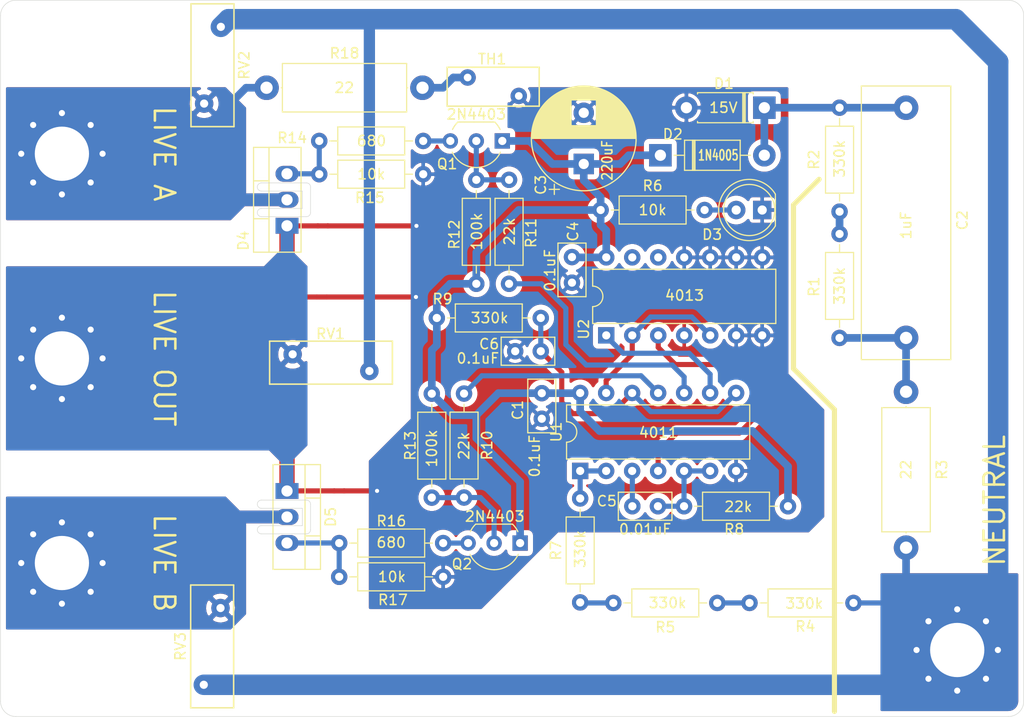
<source format=kicad_pcb>
(kicad_pcb (version 20171130) (host pcbnew 5.1.10-88a1d61d58~90~ubuntu20.04.1)
  (layers (0 F.Cu signal) (31 B.Cu signal) (34 B.Paste user) (35 F.Paste user) (36 B.SilkS user) (37 F.SilkS user) (38 B.Mask user) (39 F.Mask user) (44 Edge.Cuts user))
  (net 0 "")
  (net 1 GND)
  (net 2 +15V)
  (net 3 "Net-(C2-Pad2)")
  (net 4 "Net-(C2-Pad1)")
  (net 5 "Net-(C5-Pad2)")
  (net 6 "Net-(C5-Pad1)")
  (net 7 "Net-(C6-Pad1)")
  (net 8 "Net-(D3-Pad2)")
  (net 9 /LIVE_A)
  (net 10 "Net-(D4-Pad3)")
  (net 11 /LIVE_B)
  (net 12 "Net-(D5-Pad3)")
  (net 13 NEUT)
  (net 14 "Net-(Q1-Pad3)")
  (net 15 "Net-(Q1-Pad2)")
  (net 16 "Net-(Q2-Pad3)")
  (net 17 "Net-(Q2-Pad2)")
  (net 18 "Net-(R1-Pad1)")
  (net 19 "Net-(R4-Pad2)")
  (net 20 "Net-(R5-Pad2)")
  (net 21 "Net-(R7-Pad2)")
  (net 22 "Net-(R10-Pad1)")
  (net 23 "Net-(R11-Pad1)")
  (net 24 "Net-(U1-Pad13)")
  (net 25 "Net-(U1-Pad4)")
  (net 26 "Net-(U1-Pad9)")
  (net 27 "Net-(U2-Pad13)")
  (net 28 "Net-(U2-Pad12)")
  (net 29 /LIVE_OUT)
  (net 30 "Net-(R18-Pad2)")
  (module Package_DIP:DIP-14_W7.62mm (layer F.Cu) (at 100.65 81 90)
    (fp_text reference U1 (at 3.81 -2.33 90) (layer F.SilkS))
    (fp_text value 4011 (at 3.75 7.65 180) (layer F.SilkS))
    (pad 14 thru_hole oval (at 7.62 0 90) (size 1.6 1.6) (drill 0.8) (layers *.Cu *.Mask) (net 2 +15V))
    (pad 7 thru_hole oval (at 0 15.24 90) (size 1.6 1.6) (drill 0.8) (layers *.Cu *.Mask) (net 1 GND))
    (pad 13 thru_hole oval (at 7.62 2.54 90) (size 1.6 1.6) (drill 0.8) (layers *.Cu *.Mask) (net 24 "Net-(U1-Pad13)"))
    (pad 6 thru_hole oval (at 0 12.7 90) (size 1.6 1.6) (drill 0.8) (layers *.Cu *.Mask) (net 5 "Net-(C5-Pad2)"))
    (pad 12 thru_hole oval (at 7.62 5.08 90) (size 1.6 1.6) (drill 0.8) (layers *.Cu *.Mask) (net 7 "Net-(C6-Pad1)"))
    (pad 5 thru_hole oval (at 0 10.16 90) (size 1.6 1.6) (drill 0.8) (layers *.Cu *.Mask) (net 5 "Net-(C5-Pad2)"))
    (pad 11 thru_hole oval (at 7.62 7.62 90) (size 1.6 1.6) (drill 0.8) (layers *.Cu *.Mask) (net 22 "Net-(R10-Pad1)"))
    (pad 4 thru_hole oval (at 0 7.62 90) (size 1.6 1.6) (drill 0.8) (layers *.Cu *.Mask) (net 25 "Net-(U1-Pad4)"))
    (pad 10 thru_hole oval (at 7.62 10.16 90) (size 1.6 1.6) (drill 0.8) (layers *.Cu *.Mask) (net 23 "Net-(R11-Pad1)"))
    (pad 3 thru_hole oval (at 0 5.08 90) (size 1.6 1.6) (drill 0.8) (layers *.Cu *.Mask) (net 6 "Net-(C5-Pad1)"))
    (pad 9 thru_hole oval (at 7.62 12.7 90) (size 1.6 1.6) (drill 0.8) (layers *.Cu *.Mask) (net 26 "Net-(U1-Pad9)"))
    (pad 2 thru_hole oval (at 0 2.54 90) (size 1.6 1.6) (drill 0.8) (layers *.Cu *.Mask) (net 21 "Net-(R7-Pad2)"))
    (pad 8 thru_hole oval (at 7.62 15.24 90) (size 1.6 1.6) (drill 0.8) (layers *.Cu *.Mask) (net 7 "Net-(C6-Pad1)"))
    (pad 1 thru_hole rect (at 0 0 90) (size 1.6 1.6) (drill 0.8) (layers *.Cu *.Mask) (net 21 "Net-(R7-Pad2)"))
  )
  (module Varistor:RV_Disc_D9mm_W3.8mm_P5mm (layer F.Cu) (at 89.65 42.55)
    (fp_text reference TH1 (at 2.4 -1.8) (layer F.SilkS))
    (fp_text value Thermistor_PTC)
    (pad 2 thru_hole circle (at 5 1.8) (size 1.6 1.6) (drill 0.75) (layers *.Cu *.Mask) (net 1 GND))
    (pad 1 thru_hole circle (at 0 0) (size 1.6 1.6) (drill 0.75) (layers *.Cu *.Mask) (net 30 "Net-(R18-Pad2)"))
  )
  (module Resistor_THT:R_Axial_DIN0414_L11.9mm_D4.5mm_P15.24mm_Horizontal (layer F.Cu) (at 70 43.55)
    (fp_text reference R18 (at 7.62 -3.37) (layer F.SilkS))
    (fp_text value 22 (at 7.6 0) (layer F.SilkS))
    (pad 2 thru_hole oval (at 15.24 0) (size 2.4 2.4) (drill 1.2) (layers *.Cu *.Mask) (net 30 "Net-(R18-Pad2)"))
    (pad 1 thru_hole circle (at 0 0) (size 2.4 2.4) (drill 1.2) (layers *.Cu *.Mask) (net 9 /LIVE_A))
  )
  (module Package_TO_SOT_THT:TO-220-3_Vertical (layer F.Cu) (at 72 82.96 270)
    (fp_text reference D5 (at 2.54 -4.27 90) (layer F.SilkS))
    (fp_text value T1610H-6T)
    (pad 3 thru_hole oval (at 5.08 0 270) (size 1.55 2.25) (drill 1.1) (layers *.Cu *.Mask) (net 12 "Net-(D5-Pad3)"))
    (pad 2 thru_hole oval (at 2.54 0 270) (size 1.55 2.25) (drill 1.1) (layers *.Cu *.Mask) (net 11 /LIVE_B))
    (pad 1 thru_hole rect (at 0 0 270) (size 1.55 2.25) (drill 1.1) (layers *.Cu *.Mask) (net 29 /LIVE_OUT))
  )
  (module Package_TO_SOT_THT:TO-220-3_Vertical (layer F.Cu) (at 72 57.04 90)
    (fp_text reference D4 (at -1.46 -4.27 90) (layer F.SilkS))
    (fp_text value T1610H-6T)
    (pad 3 thru_hole oval (at 5.08 0 90) (size 1.55 2.25) (drill 1.1) (layers *.Cu *.Mask) (net 10 "Net-(D4-Pad3)"))
    (pad 2 thru_hole oval (at 2.54 0 90) (size 1.55 2.25) (drill 1.1) (layers *.Cu *.Mask) (net 9 /LIVE_A))
    (pad 1 thru_hole rect (at 0 0 90) (size 1.55 2.25) (drill 1.1) (layers *.Cu *.Mask) (net 29 /LIVE_OUT))
  )
  (module NetTie:NetTie-2_SMD_Pad0.5mm (layer F.Cu) (at 77.1 82.95 180)
    (fp_text reference NT3 hide)
    (fp_text value Net-Tie_2)
    (fp_poly (pts (xy -0.5 -0.25) (xy 0.5 -0.25) (xy 0.5 0.25) (xy -0.5 0.25)) (layer F.Cu) (width 0))
    (pad 2 smd circle (at 0.5 0 180) (size 0.5 0.5) (layers F.Cu) (net 29 /LIVE_OUT))
    (pad 1 smd circle (at -0.5 0 180) (size 0.5 0.5) (layers F.Cu) (net 1 GND))
  )
  (module NetTie:NetTie-2_SMD_Pad0.5mm (layer F.Cu) (at 75.5 57.05 180)
    (fp_text reference NT2 hide)
    (fp_text value Net-Tie_2)
    (fp_poly (pts (xy -0.5 -0.25) (xy 0.5 -0.25) (xy 0.5 0.25) (xy -0.5 0.25)) (layer F.Cu) (width 0))
    (pad 2 smd circle (at 0.5 0 180) (size 0.5 0.5) (layers F.Cu) (net 29 /LIVE_OUT))
    (pad 1 smd circle (at -0.5 0 180) (size 0.5 0.5) (layers F.Cu) (net 1 GND))
  )
  (module NetTie:NetTie-2_SMD_Pad0.5mm (layer F.Cu) (at 75.4 64)
    (fp_text reference NT1 hide)
    (fp_text value Net-Tie_2)
    (fp_poly (pts (xy -0.5 -0.25) (xy 0.5 -0.25) (xy 0.5 0.25) (xy -0.5 0.25)) (layer F.Cu) (width 0))
    (pad 2 smd circle (at 0.5 0) (size 0.5 0.5) (layers F.Cu) (net 1 GND))
    (pad 1 smd circle (at -0.5 0) (size 0.5 0.5) (layers F.Cu) (net 29 /LIVE_OUT))
  )
  (module Package_TO_SOT_THT:TO-92_Inline_Wide (layer F.Cu) (at 94.78 88.05 180)
    (fp_text reference Q2 (at 5.68 -2.05) (layer F.SilkS))
    (fp_text value 2N4403 (at 2.48 2.6) (layer F.SilkS))
    (pad 1 thru_hole rect (at 0 0 180) (size 1.5 1.5) (drill 0.8) (layers *.Cu *.Mask) (net 2 +15V))
    (pad 3 thru_hole circle (at 5.08 0 180) (size 1.5 1.5) (drill 0.8) (layers *.Cu *.Mask) (net 16 "Net-(Q2-Pad3)"))
    (pad 2 thru_hole circle (at 2.54 0 180) (size 1.5 1.5) (drill 0.8) (layers *.Cu *.Mask) (net 17 "Net-(Q2-Pad2)"))
  )
  (module Package_TO_SOT_THT:TO-92_Inline_Wide (layer F.Cu) (at 93.04 48.75 180)
    (fp_text reference Q1 (at 5.39 -2.25) (layer F.SilkS))
    (fp_text value 2N4403 (at 2.54 2.6) (layer F.SilkS))
    (pad 1 thru_hole rect (at 0 0 180) (size 1.5 1.5) (drill 0.8) (layers *.Cu *.Mask) (net 2 +15V))
    (pad 3 thru_hole circle (at 5.08 0 180) (size 1.5 1.5) (drill 0.8) (layers *.Cu *.Mask) (net 14 "Net-(Q1-Pad3)"))
    (pad 2 thru_hole circle (at 2.54 0 180) (size 1.5 1.5) (drill 0.8) (layers *.Cu *.Mask) (net 15 "Net-(Q1-Pad2)"))
  )
  (module Package_DIP:DIP-14_W7.62mm (layer F.Cu) (at 103.2 67.75 90)
    (fp_text reference U2 (at 0.6 -2.2 90) (layer F.SilkS))
    (fp_text value 4013 (at 3.9 7.65 180) (layer F.SilkS))
    (pad 14 thru_hole oval (at 7.62 0 90) (size 1.6 1.6) (drill 0.8) (layers *.Cu *.Mask) (net 2 +15V))
    (pad 7 thru_hole oval (at 0 15.24 90) (size 1.6 1.6) (drill 0.8) (layers *.Cu *.Mask) (net 1 GND))
    (pad 13 thru_hole oval (at 7.62 2.54 90) (size 1.6 1.6) (drill 0.8) (layers *.Cu *.Mask) (net 27 "Net-(U2-Pad13)"))
    (pad 6 thru_hole oval (at 0 12.7 90) (size 1.6 1.6) (drill 0.8) (layers *.Cu *.Mask) (net 1 GND))
    (pad 12 thru_hole oval (at 7.62 5.08 90) (size 1.6 1.6) (drill 0.8) (layers *.Cu *.Mask) (net 28 "Net-(U2-Pad12)"))
    (pad 5 thru_hole oval (at 0 10.16 90) (size 1.6 1.6) (drill 0.8) (layers *.Cu *.Mask) (net 24 "Net-(U1-Pad13)"))
    (pad 11 thru_hole oval (at 7.62 7.62 90) (size 1.6 1.6) (drill 0.8) (layers *.Cu *.Mask) (net 1 GND))
    (pad 4 thru_hole oval (at 0 7.62 90) (size 1.6 1.6) (drill 0.8) (layers *.Cu *.Mask) (net 1 GND))
    (pad 10 thru_hole oval (at 7.62 10.16 90) (size 1.6 1.6) (drill 0.8) (layers *.Cu *.Mask) (net 1 GND))
    (pad 3 thru_hole oval (at 0 5.08 90) (size 1.6 1.6) (drill 0.8) (layers *.Cu *.Mask) (net 25 "Net-(U1-Pad4)"))
    (pad 9 thru_hole oval (at 7.62 12.7 90) (size 1.6 1.6) (drill 0.8) (layers *.Cu *.Mask) (net 1 GND))
    (pad 2 thru_hole oval (at 0 2.54 90) (size 1.6 1.6) (drill 0.8) (layers *.Cu *.Mask) (net 24 "Net-(U1-Pad13)"))
    (pad 8 thru_hole oval (at 7.62 15.24 90) (size 1.6 1.6) (drill 0.8) (layers *.Cu *.Mask) (net 1 GND))
    (pad 1 thru_hole rect (at 0 0 90) (size 1.6 1.6) (drill 0.8) (layers *.Cu *.Mask) (net 26 "Net-(U1-Pad9)"))
  )
  (module Varistor:RV_Disc_D12mm_W4.2mm_P7.5mm (layer F.Cu) (at 65.5 94.4 270)
    (fp_text reference RV3 (at 3.75 3.91667 90) (layer F.SilkS))
    (fp_text value 220V)
    (pad 2 thru_hole circle (at 7.5 1.63333 270) (size 1.8 1.8) (drill 0.8) (layers *.Cu *.Mask) (net 13 NEUT))
    (pad 1 thru_hole circle (at 0 0 270) (size 1.8 1.8) (drill 0.8) (layers *.Cu *.Mask) (net 11 /LIVE_B))
  )
  (module Varistor:RV_Disc_D12mm_W4.2mm_P7.5mm (layer F.Cu) (at 63.9 45.1 90)
    (fp_text reference RV2 (at 3.75 3.91667 90) (layer F.SilkS))
    (fp_text value 220V)
    (pad 2 thru_hole circle (at 7.5 1.63333 90) (size 1.8 1.8) (drill 0.8) (layers *.Cu *.Mask) (net 13 NEUT))
    (pad 1 thru_hole circle (at 0 0 90) (size 1.8 1.8) (drill 0.8) (layers *.Cu *.Mask) (net 9 /LIVE_A))
  )
  (module Varistor:RV_Disc_D12mm_W4.2mm_P7.5mm (layer F.Cu) (at 72.55 69.6)
    (fp_text reference RV1 (at 3.7 -2) (layer F.SilkS))
    (fp_text value 220V)
    (pad 2 thru_hole circle (at 7.5 1.63333) (size 1.8 1.8) (drill 0.8) (layers *.Cu *.Mask) (net 13 NEUT))
    (pad 1 thru_hole circle (at 0 0) (size 1.8 1.8) (drill 0.8) (layers *.Cu *.Mask) (net 29 /LIVE_OUT))
  )
  (module Resistor_THT:R_Axial_DIN0207_L6.3mm_D2.5mm_P10.16mm_Horizontal (layer F.Cu) (at 77.1 91.35)
    (fp_text reference R17 (at 5.25 2.25) (layer F.SilkS))
    (fp_text value 10k (at 5.15 0) (layer F.SilkS))
    (pad 2 thru_hole oval (at 10.16 0) (size 1.6 1.6) (drill 0.8) (layers *.Cu *.Mask) (net 1 GND))
    (pad 1 thru_hole circle (at 0 0) (size 1.6 1.6) (drill 0.8) (layers *.Cu *.Mask) (net 12 "Net-(D5-Pad3)"))
  )
  (module Resistor_THT:R_Axial_DIN0207_L6.3mm_D2.5mm_P10.16mm_Horizontal (layer F.Cu) (at 87.26 88.05 180)
    (fp_text reference R16 (at 5.06 2.15) (layer F.SilkS))
    (fp_text value 680 (at 5.08 0.05) (layer F.SilkS))
    (pad 2 thru_hole oval (at 10.16 0 180) (size 1.6 1.6) (drill 0.8) (layers *.Cu *.Mask) (net 12 "Net-(D5-Pad3)"))
    (pad 1 thru_hole circle (at 0 0 180) (size 1.6 1.6) (drill 0.8) (layers *.Cu *.Mask) (net 16 "Net-(Q2-Pad3)"))
  )
  (module Resistor_THT:R_Axial_DIN0207_L6.3mm_D2.5mm_P10.16mm_Horizontal (layer F.Cu) (at 75.15 52)
    (fp_text reference R15 (at 4.95 2.3) (layer F.SilkS))
    (fp_text value 10k (at 5.08 0) (layer F.SilkS))
    (pad 2 thru_hole oval (at 10.16 0) (size 1.6 1.6) (drill 0.8) (layers *.Cu *.Mask) (net 1 GND))
    (pad 1 thru_hole circle (at 0 0) (size 1.6 1.6) (drill 0.8) (layers *.Cu *.Mask) (net 10 "Net-(D4-Pad3)"))
  )
  (module Resistor_THT:R_Axial_DIN0207_L6.3mm_D2.5mm_P10.16mm_Horizontal (layer F.Cu) (at 85.31 48.75 180)
    (fp_text reference R14 (at 12.81 0.3) (layer F.SilkS))
    (fp_text value 680 (at 5.05 0) (layer F.SilkS))
    (pad 2 thru_hole oval (at 10.16 0 180) (size 1.6 1.6) (drill 0.8) (layers *.Cu *.Mask) (net 10 "Net-(D4-Pad3)"))
    (pad 1 thru_hole circle (at 0 0 180) (size 1.6 1.6) (drill 0.8) (layers *.Cu *.Mask) (net 14 "Net-(Q1-Pad3)"))
  )
  (module Resistor_THT:R_Axial_DIN0207_L6.3mm_D2.5mm_P10.16mm_Horizontal (layer F.Cu) (at 86.15 73.45 270)
    (fp_text reference R13 (at 5.08 2.1 90) (layer F.SilkS))
    (fp_text value 100k (at 5.35 0 90) (layer F.SilkS))
    (pad 2 thru_hole oval (at 10.16 0 270) (size 1.6 1.6) (drill 0.8) (layers *.Cu *.Mask) (net 17 "Net-(Q2-Pad2)"))
    (pad 1 thru_hole circle (at 0 0 270) (size 1.6 1.6) (drill 0.8) (layers *.Cu *.Mask) (net 2 +15V))
  )
  (module Resistor_THT:R_Axial_DIN0207_L6.3mm_D2.5mm_P10.16mm_Horizontal (layer F.Cu) (at 90.5 62.71 90)
    (fp_text reference R12 (at 4.81 -2.15 90) (layer F.SilkS))
    (fp_text value 100k (at 5.11 0.05 90) (layer F.SilkS))
    (pad 2 thru_hole oval (at 10.16 0 90) (size 1.6 1.6) (drill 0.8) (layers *.Cu *.Mask) (net 15 "Net-(Q1-Pad2)"))
    (pad 1 thru_hole circle (at 0 0 90) (size 1.6 1.6) (drill 0.8) (layers *.Cu *.Mask) (net 2 +15V))
  )
  (module Resistor_THT:R_Axial_DIN0207_L6.3mm_D2.5mm_P10.16mm_Horizontal (layer F.Cu) (at 93.7 62.71 90)
    (fp_text reference R11 (at 4.96 2.15 90) (layer F.SilkS))
    (fp_text value 22k (at 5.11 0.05 90) (layer F.SilkS))
    (pad 2 thru_hole oval (at 10.16 0 90) (size 1.6 1.6) (drill 0.8) (layers *.Cu *.Mask) (net 15 "Net-(Q1-Pad2)"))
    (pad 1 thru_hole circle (at 0 0 90) (size 1.6 1.6) (drill 0.8) (layers *.Cu *.Mask) (net 23 "Net-(R11-Pad1)"))
  )
  (module Resistor_THT:R_Axial_DIN0207_L6.3mm_D2.5mm_P10.16mm_Horizontal (layer F.Cu) (at 89.3 73.44 270)
    (fp_text reference R10 (at 5.06 -2.25 90) (layer F.SilkS))
    (fp_text value 22k (at 5.11 0 90) (layer F.SilkS))
    (pad 2 thru_hole oval (at 10.16 0 270) (size 1.6 1.6) (drill 0.8) (layers *.Cu *.Mask) (net 17 "Net-(Q2-Pad2)"))
    (pad 1 thru_hole circle (at 0 0 270) (size 1.6 1.6) (drill 0.8) (layers *.Cu *.Mask) (net 22 "Net-(R10-Pad1)"))
  )
  (module Resistor_THT:R_Axial_DIN0207_L6.3mm_D2.5mm_P10.16mm_Horizontal (layer F.Cu) (at 96.8 66.05 180)
    (fp_text reference R9 (at 9.6 1.85) (layer F.SilkS))
    (fp_text value 330k (at 5 0) (layer F.SilkS))
    (pad 2 thru_hole oval (at 10.16 0 180) (size 1.6 1.6) (drill 0.8) (layers *.Cu *.Mask) (net 2 +15V))
    (pad 1 thru_hole circle (at 0 0 180) (size 1.6 1.6) (drill 0.8) (layers *.Cu *.Mask) (net 7 "Net-(C6-Pad1)"))
  )
  (module Resistor_THT:R_Axial_DIN0207_L6.3mm_D2.5mm_P10.16mm_Horizontal (layer F.Cu) (at 110.8 84.45)
    (fp_text reference R8 (at 4.9 2.25) (layer F.SilkS))
    (fp_text value 22k (at 5.3 0.05) (layer F.SilkS))
    (pad 2 thru_hole oval (at 10.16 0) (size 1.6 1.6) (drill 0.8) (layers *.Cu *.Mask) (net 2 +15V))
    (pad 1 thru_hole circle (at 0 0) (size 1.6 1.6) (drill 0.8) (layers *.Cu *.Mask) (net 5 "Net-(C5-Pad2)"))
  )
  (module Resistor_THT:R_Axial_DIN0207_L6.3mm_D2.5mm_P10.16mm_Horizontal (layer F.Cu) (at 100.65 93.85 90)
    (fp_text reference R7 (at 5.08 -2.37 90) (layer F.SilkS))
    (fp_text value 330k (at 5.21 0 90) (layer F.SilkS))
    (pad 2 thru_hole oval (at 10.16 0 90) (size 1.6 1.6) (drill 0.8) (layers *.Cu *.Mask) (net 21 "Net-(R7-Pad2)"))
    (pad 1 thru_hole circle (at 0 0 90) (size 1.6 1.6) (drill 0.8) (layers *.Cu *.Mask) (net 20 "Net-(R5-Pad2)"))
  )
  (module Resistor_THT:R_Axial_DIN0207_L6.3mm_D2.5mm_P10.16mm_Horizontal (layer F.Cu) (at 102.65 55.5)
    (fp_text reference R6 (at 5.08 -2.37) (layer F.SilkS))
    (fp_text value 10k (at 5.08 0) (layer F.SilkS))
    (pad 2 thru_hole oval (at 10.16 0) (size 1.6 1.6) (drill 0.8) (layers *.Cu *.Mask) (net 8 "Net-(D3-Pad2)"))
    (pad 1 thru_hole circle (at 0 0) (size 1.6 1.6) (drill 0.8) (layers *.Cu *.Mask) (net 2 +15V))
  )
  (module Resistor_THT:R_Axial_DIN0207_L6.3mm_D2.5mm_P10.16mm_Horizontal (layer F.Cu) (at 114.05 93.9 180)
    (fp_text reference R5 (at 5.08 -2.37) (layer F.SilkS))
    (fp_text value 330k (at 4.86 0) (layer F.SilkS))
    (pad 2 thru_hole oval (at 10.16 0 180) (size 1.6 1.6) (drill 0.8) (layers *.Cu *.Mask) (net 20 "Net-(R5-Pad2)"))
    (pad 1 thru_hole circle (at 0 0 180) (size 1.6 1.6) (drill 0.8) (layers *.Cu *.Mask) (net 19 "Net-(R4-Pad2)"))
  )
  (module Resistor_THT:R_Axial_DIN0207_L6.3mm_D2.5mm_P10.16mm_Horizontal (layer F.Cu) (at 127.36 93.9 180)
    (fp_text reference R4 (at 4.71 -2.3) (layer F.SilkS))
    (fp_text value 330k (at 4.81 -0.05) (layer F.SilkS))
    (pad 2 thru_hole oval (at 10.16 0 180) (size 1.6 1.6) (drill 0.8) (layers *.Cu *.Mask) (net 19 "Net-(R4-Pad2)"))
    (pad 1 thru_hole circle (at 0 0 180) (size 1.6 1.6) (drill 0.8) (layers *.Cu *.Mask) (net 13 NEUT))
  )
  (module Resistor_THT:R_Axial_DIN0414_L11.9mm_D4.5mm_P15.24mm_Horizontal (layer F.Cu) (at 132.5 88.5 90)
    (fp_text reference R3 (at 7.62 3.5 90) (layer F.SilkS))
    (fp_text value 22 (at 7.62 0 90) (layer F.SilkS))
    (pad 2 thru_hole oval (at 15.24 0 90) (size 2.4 2.4) (drill 1.2) (layers *.Cu *.Mask) (net 4 "Net-(C2-Pad1)"))
    (pad 1 thru_hole circle (at 0 0 90) (size 2.4 2.4) (drill 1.2) (layers *.Cu *.Mask) (net 13 NEUT))
  )
  (module Resistor_THT:R_Axial_DIN0207_L6.3mm_D2.5mm_P10.16mm_Horizontal (layer F.Cu) (at 126 45.5 270)
    (fp_text reference R2 (at 5.08 2.5 90) (layer F.SilkS))
    (fp_text value 330k (at 5 0 90) (layer F.SilkS))
    (pad 2 thru_hole oval (at 10.16 0 270) (size 1.6 1.6) (drill 0.8) (layers *.Cu *.Mask) (net 18 "Net-(R1-Pad1)"))
    (pad 1 thru_hole circle (at 0 0 270) (size 1.6 1.6) (drill 0.8) (layers *.Cu *.Mask) (net 3 "Net-(C2-Pad2)"))
  )
  (module Resistor_THT:R_Axial_DIN0207_L6.3mm_D2.5mm_P10.16mm_Horizontal (layer F.Cu) (at 126 57.84 270)
    (fp_text reference R1 (at 5.16 2.5 90) (layer F.SilkS))
    (fp_text value 330k (at 5.08 0 90) (layer F.SilkS))
    (pad 2 thru_hole oval (at 10.16 0 270) (size 1.6 1.6) (drill 0.8) (layers *.Cu *.Mask) (net 4 "Net-(C2-Pad1)"))
    (pad 1 thru_hole circle (at 0 0 270) (size 1.6 1.6) (drill 0.8) (layers *.Cu *.Mask) (net 18 "Net-(R1-Pad1)"))
  )
  (module MountingHole:MountingHole_5.3mm_M5_Pad_Via (layer F.Cu) (at 50 90)
    (fp_text reference J4 hide)
    (fp_text value Screw_Terminal_01x01)
    (pad 1 thru_hole circle (at 2.810749 -2.810749) (size 0.9 0.9) (drill 0.6) (layers *.Cu *.Mask) (net 11 /LIVE_B))
    (pad 1 thru_hole circle (at 0 -3.975) (size 0.9 0.9) (drill 0.6) (layers *.Cu *.Mask) (net 11 /LIVE_B))
    (pad 1 thru_hole circle (at -2.810749 -2.810749) (size 0.9 0.9) (drill 0.6) (layers *.Cu *.Mask) (net 11 /LIVE_B))
    (pad 1 thru_hole circle (at -3.975 0) (size 0.9 0.9) (drill 0.6) (layers *.Cu *.Mask) (net 11 /LIVE_B))
    (pad 1 thru_hole circle (at -2.810749 2.810749) (size 0.9 0.9) (drill 0.6) (layers *.Cu *.Mask) (net 11 /LIVE_B))
    (pad 1 thru_hole circle (at 0 3.975) (size 0.9 0.9) (drill 0.6) (layers *.Cu *.Mask) (net 11 /LIVE_B))
    (pad 1 thru_hole circle (at 2.810749 2.810749) (size 0.9 0.9) (drill 0.6) (layers *.Cu *.Mask) (net 11 /LIVE_B))
    (pad 1 thru_hole circle (at 3.975 0) (size 0.9 0.9) (drill 0.6) (layers *.Cu *.Mask) (net 11 /LIVE_B))
    (pad 1 thru_hole circle (at 0 0) (size 10.6 10.6) (drill 5.3) (layers *.Cu *.Mask) (net 11 /LIVE_B))
  )
  (module MountingHole:MountingHole_5.3mm_M5_Pad_Via (layer F.Cu) (at 50 50)
    (fp_text reference J3 hide)
    (fp_text value Screw_Terminal_01x01)
    (pad 1 thru_hole circle (at 2.810749 -2.810749) (size 0.9 0.9) (drill 0.6) (layers *.Cu *.Mask) (net 9 /LIVE_A))
    (pad 1 thru_hole circle (at 0 -3.975) (size 0.9 0.9) (drill 0.6) (layers *.Cu *.Mask) (net 9 /LIVE_A))
    (pad 1 thru_hole circle (at -2.810749 -2.810749) (size 0.9 0.9) (drill 0.6) (layers *.Cu *.Mask) (net 9 /LIVE_A))
    (pad 1 thru_hole circle (at -3.975 0) (size 0.9 0.9) (drill 0.6) (layers *.Cu *.Mask) (net 9 /LIVE_A))
    (pad 1 thru_hole circle (at -2.810749 2.810749) (size 0.9 0.9) (drill 0.6) (layers *.Cu *.Mask) (net 9 /LIVE_A))
    (pad 1 thru_hole circle (at 0 3.975) (size 0.9 0.9) (drill 0.6) (layers *.Cu *.Mask) (net 9 /LIVE_A))
    (pad 1 thru_hole circle (at 2.810749 2.810749) (size 0.9 0.9) (drill 0.6) (layers *.Cu *.Mask) (net 9 /LIVE_A))
    (pad 1 thru_hole circle (at 3.975 0) (size 0.9 0.9) (drill 0.6) (layers *.Cu *.Mask) (net 9 /LIVE_A))
    (pad 1 thru_hole circle (at 0 0) (size 10.6 10.6) (drill 5.3) (layers *.Cu *.Mask) (net 9 /LIVE_A))
  )
  (module MountingHole:MountingHole_5.3mm_M5_Pad_Via (layer F.Cu) (at 50 70)
    (fp_text reference J2 hide)
    (fp_text value Screw_Terminal_01x01)
    (pad 1 thru_hole circle (at 2.810749 -2.810749) (size 0.9 0.9) (drill 0.6) (layers *.Cu *.Mask) (net 29 /LIVE_OUT))
    (pad 1 thru_hole circle (at 0 -3.975) (size 0.9 0.9) (drill 0.6) (layers *.Cu *.Mask) (net 29 /LIVE_OUT))
    (pad 1 thru_hole circle (at -2.810749 -2.810749) (size 0.9 0.9) (drill 0.6) (layers *.Cu *.Mask) (net 29 /LIVE_OUT))
    (pad 1 thru_hole circle (at -3.975 0) (size 0.9 0.9) (drill 0.6) (layers *.Cu *.Mask) (net 29 /LIVE_OUT))
    (pad 1 thru_hole circle (at -2.810749 2.810749) (size 0.9 0.9) (drill 0.6) (layers *.Cu *.Mask) (net 29 /LIVE_OUT))
    (pad 1 thru_hole circle (at 0 3.975) (size 0.9 0.9) (drill 0.6) (layers *.Cu *.Mask) (net 29 /LIVE_OUT))
    (pad 1 thru_hole circle (at 2.810749 2.810749) (size 0.9 0.9) (drill 0.6) (layers *.Cu *.Mask) (net 29 /LIVE_OUT))
    (pad 1 thru_hole circle (at 3.975 0) (size 0.9 0.9) (drill 0.6) (layers *.Cu *.Mask) (net 29 /LIVE_OUT))
    (pad 1 thru_hole circle (at 0 0) (size 10.6 10.6) (drill 5.3) (layers *.Cu *.Mask) (net 29 /LIVE_OUT))
  )
  (module MountingHole:MountingHole_5.3mm_M5_Pad_Via (layer F.Cu) (at 137.5 98.5)
    (fp_text reference J1 hide)
    (fp_text value Screw_Terminal_01x01)
    (pad 1 thru_hole circle (at 2.810749 -2.810749) (size 0.9 0.9) (drill 0.6) (layers *.Cu *.Mask) (net 13 NEUT))
    (pad 1 thru_hole circle (at 0 -3.975) (size 0.9 0.9) (drill 0.6) (layers *.Cu *.Mask) (net 13 NEUT))
    (pad 1 thru_hole circle (at -2.810749 -2.810749) (size 0.9 0.9) (drill 0.6) (layers *.Cu *.Mask) (net 13 NEUT))
    (pad 1 thru_hole circle (at -3.975 0) (size 0.9 0.9) (drill 0.6) (layers *.Cu *.Mask) (net 13 NEUT))
    (pad 1 thru_hole circle (at -2.810749 2.810749) (size 0.9 0.9) (drill 0.6) (layers *.Cu *.Mask) (net 13 NEUT))
    (pad 1 thru_hole circle (at 0 3.975) (size 0.9 0.9) (drill 0.6) (layers *.Cu *.Mask) (net 13 NEUT))
    (pad 1 thru_hole circle (at 2.810749 2.810749) (size 0.9 0.9) (drill 0.6) (layers *.Cu *.Mask) (net 13 NEUT))
    (pad 1 thru_hole circle (at 3.975 0) (size 0.9 0.9) (drill 0.6) (layers *.Cu *.Mask) (net 13 NEUT))
    (pad 1 thru_hole circle (at 0 0) (size 10.6 10.6) (drill 5.3) (layers *.Cu *.Mask) (net 13 NEUT))
  )
  (module LED_THT:LED_D5.0mm (layer F.Cu) (at 118.44 55.5 180)
    (fp_text reference D3 (at 4.89 -2.4) (layer F.SilkS))
    (fp_text value GREEN)
    (pad 2 thru_hole circle (at 2.54 0 180) (size 1.8 1.8) (drill 0.9) (layers *.Cu *.Mask) (net 8 "Net-(D3-Pad2)"))
    (pad 1 thru_hole rect (at 0 0 180) (size 1.8 1.8) (drill 0.9) (layers *.Cu *.Mask) (net 1 GND))
  )
  (module Diode_THT:D_DO-41_SOD81_P10.16mm_Horizontal (layer F.Cu) (at 108.49 50.15)
    (fp_text reference D2 (at 1.21 -2.05) (layer F.SilkS))
    (fp_text value 1N4005 (at 5.66 0) (layer F.SilkS) (effects (font (size 1 0.675))))
    (pad 2 thru_hole oval (at 10.16 0) (size 2.2 2.2) (drill 1.1) (layers *.Cu *.Mask) (net 3 "Net-(C2-Pad2)"))
    (pad 1 thru_hole rect (at 0 0) (size 2.2 2.2) (drill 1.1) (layers *.Cu *.Mask) (net 2 +15V))
  )
  (module Diode_THT:D_DO-41_SOD81_P7.62mm_Horizontal (layer F.Cu) (at 118.65 45.5 180)
    (fp_text reference D1 (at 3.95 2.35) (layer F.SilkS))
    (fp_text value 15V (at 4 0) (layer F.SilkS))
    (pad 2 thru_hole oval (at 7.62 0 180) (size 2.2 2.2) (drill 1.1) (layers *.Cu *.Mask) (net 1 GND))
    (pad 1 thru_hole rect (at 0 0 180) (size 2.2 2.2) (drill 1.1) (layers *.Cu *.Mask) (net 3 "Net-(C2-Pad2)"))
  )
  (module Capacitor_THT:C_Disc_D5.0mm_W2.5mm_P2.50mm (layer F.Cu) (at 96.8 69.3 180)
    (fp_text reference C6 (at 5.05 0.7) (layer F.SilkS))
    (fp_text value 0.1uF (at 6.15 -0.7) (layer F.SilkS))
    (pad 2 thru_hole circle (at 2.5 0 180) (size 1.6 1.6) (drill 0.8) (layers *.Cu *.Mask) (net 1 GND))
    (pad 1 thru_hole circle (at 0 0 180) (size 1.6 1.6) (drill 0.8) (layers *.Cu *.Mask) (net 7 "Net-(C6-Pad1)"))
  )
  (module Capacitor_THT:C_Disc_D5.0mm_W2.5mm_P2.50mm (layer F.Cu) (at 105.75 84.45)
    (fp_text reference C5 (at -2.5 -0.5) (layer F.SilkS))
    (fp_text value 0.01uF (at 1.25 2.25) (layer F.SilkS))
    (pad 2 thru_hole circle (at 2.5 0) (size 1.6 1.6) (drill 0.8) (layers *.Cu *.Mask) (net 5 "Net-(C5-Pad2)"))
    (pad 1 thru_hole circle (at 0 0) (size 1.6 1.6) (drill 0.8) (layers *.Cu *.Mask) (net 6 "Net-(C5-Pad1)"))
  )
  (module Capacitor_THT:C_Disc_D5.0mm_W2.5mm_P2.50mm (layer F.Cu) (at 99.85 60.1 270)
    (fp_text reference C4 (at -2.5 -0.1 90) (layer F.SilkS))
    (fp_text value 0.1uF (at 1.3 2.15 90) (layer F.SilkS))
    (pad 2 thru_hole circle (at 2.5 0 270) (size 1.6 1.6) (drill 0.8) (layers *.Cu *.Mask) (net 1 GND))
    (pad 1 thru_hole circle (at 0 0 270) (size 1.6 1.6) (drill 0.8) (layers *.Cu *.Mask) (net 2 +15V))
  )
  (module Capacitor_THT:CP_Radial_D10.0mm_P5.00mm (layer F.Cu) (at 101 51 90)
    (fp_text reference C3 (at -2.05 -4.2 90) (layer F.SilkS))
    (fp_text value 220uF (at 0.35 2.3 90) (layer F.SilkS) (effects (font (size 1 0.85))))
    (pad 2 thru_hole circle (at 5 0 90) (size 2 2) (drill 1) (layers *.Cu *.Mask) (net 1 GND))
    (pad 1 thru_hole rect (at 0 0 90) (size 2 2) (drill 1) (layers *.Cu *.Mask) (net 2 +15V))
  )
  (module Capacitor_THT:C_Rect_L26.5mm_W8.5mm_P22.50mm_MKS4 (layer F.Cu) (at 132.5 68 90)
    (fp_text reference C2 (at 11.5 5.5 90) (layer F.SilkS))
    (fp_text value 1uF (at 11 0 90) (layer F.SilkS))
    (pad 2 thru_hole circle (at 22.5 0 90) (size 2.4 2.4) (drill 1.2) (layers *.Cu *.Mask) (net 3 "Net-(C2-Pad2)"))
    (pad 1 thru_hole circle (at 0 0 90) (size 2.4 2.4) (drill 1.2) (layers *.Cu *.Mask) (net 4 "Net-(C2-Pad1)"))
  )
  (module Capacitor_THT:C_Disc_D5.0mm_W2.5mm_P2.50mm (layer F.Cu) (at 96.9 73.4 270)
    (fp_text reference C1 (at 1.65 2.35 90) (layer F.SilkS))
    (fp_text value 0.1uF (at 6.15 0.7 90) (layer F.SilkS))
    (pad 2 thru_hole circle (at 2.5 0 270) (size 1.6 1.6) (drill 0.8) (layers *.Cu *.Mask) (net 1 GND))
    (pad 1 thru_hole circle (at 0 0 270) (size 1.6 1.6) (drill 0.8) (layers *.Cu *.Mask) (net 2 +15V))
  )
  (gr_arc (start 45.5 36.5) (end 45.5 35) (angle -90) (layer Edge.Cuts) (width 0.05))
  (gr_arc (start 45.5 103.5) (end 44 103.5) (angle -90) (layer Edge.Cuts) (width 0.05))
  (gr_arc (start 142.5 103.5) (end 142.5 105) (angle -90) (layer Edge.Cuts) (width 0.05))
  (gr_arc (start 142.5 36.5) (end 144 36.5) (angle -90) (layer Edge.Cuts) (width 0.05))
  (gr_text NEUTRAL (at 141.15 83.9 90) (layer F.SilkS) (effects (font (size 2 2) (thickness 0.25))))
  (gr_line (start 74.3 86.75) (end 74.3 84.25) (layer Edge.Cuts) (width 0.05))
  (gr_line (start 69.5 83.85) (end 73.9 83.85) (layer Edge.Cuts) (width 0.05))
  (gr_arc (start 69.5 84.25) (end 69.5 83.85) (angle -180) (layer Edge.Cuts) (width 0.05))
  (gr_arc (start 73.9 84.25) (end 74.3 84.25) (angle -90) (layer Edge.Cuts) (width 0.05))
  (gr_line (start 69.5 86.35) (end 73.5 86.35) (layer Edge.Cuts) (width 0.05))
  (gr_arc (start 69.5 86.75) (end 69.5 86.35) (angle -180) (layer Edge.Cuts) (width 0.05))
  (gr_line (start 69.5 87.15) (end 73.9 87.15) (layer Edge.Cuts) (width 0.05))
  (gr_line (start 69.5 84.65) (end 73.5 84.65) (layer Edge.Cuts) (width 0.05))
  (gr_arc (start 73.9 86.75) (end 73.9 87.15) (angle -90) (layer Edge.Cuts) (width 0.05))
  (gr_line (start 73.5 86.35) (end 73.5 84.65) (layer Edge.Cuts) (width 0.05))
  (gr_line (start 69.5 52.85) (end 73.9 52.85) (layer Edge.Cuts) (width 0.05))
  (gr_arc (start 69.5 53.25) (end 69.5 52.85) (angle -180) (layer Edge.Cuts) (width 0.05))
  (gr_line (start 69.5 53.65) (end 73.5 53.65) (layer Edge.Cuts) (width 0.05))
  (gr_arc (start 73.9 53.25) (end 74.3 53.25) (angle -90) (layer Edge.Cuts) (width 0.05))
  (gr_line (start 74.3 55.75) (end 74.3 53.25) (layer Edge.Cuts) (width 0.05))
  (gr_arc (start 73.9 55.75) (end 73.9 56.15) (angle -90) (layer Edge.Cuts) (width 0.05))
  (gr_line (start 73.5 55.35) (end 73.5 53.65) (layer Edge.Cuts) (width 0.05))
  (gr_line (start 121.5 55) (end 124 52.5) (layer F.SilkS) (width 0.5))
  (gr_line (start 121.5 71) (end 121.5 55) (layer F.SilkS) (width 0.5))
  (gr_line (start 125.5 75) (end 121.5 71) (layer F.SilkS) (width 0.5))
  (gr_line (start 125.5 104.5) (end 125.5 75) (layer F.SilkS) (width 0.5))
  (gr_line (start 144 36.5) (end 144 103.5) (layer Edge.Cuts) (width 0.05))
  (gr_line (start 45.5 35) (end 142.5 35) (layer Edge.Cuts) (width 0.05))
  (gr_text "LIVE OUT" (at 60 70 -90) (layer F.SilkS) (effects (font (size 2 2) (thickness 0.25))))
  (gr_text "LIVE B" (at 60 90 -90) (layer F.SilkS) (effects (font (size 2 2) (thickness 0.25))))
  (gr_text "LIVE A" (at 60 50 270) (layer F.SilkS) (effects (font (size 2 2) (thickness 0.25))))
  (gr_line (start 45.5 105) (end 142.5 105) (layer Edge.Cuts) (width 0.05))
  (gr_line (start 44 36.5) (end 44 103.5) (layer Edge.Cuts) (width 0.05))
  (gr_line (start 69.5 55.35) (end 73.5 55.35) (layer Edge.Cuts) (width 0.05))
  (gr_line (start 69.5 56.15) (end 73.9 56.15) (layer Edge.Cuts) (width 0.05))
  (gr_arc (start 69.5 55.75) (end 69.5 55.35) (angle -180) (layer Edge.Cuts) (width 0.05))
  (segment (start 76 57.05) (end 84.65 57.05) (width 0.5) (layer F.Cu) (net 1))
  (segment (start 84.65 57.05) (end 84.65 57.05) (width 0.5) (layer F.Cu) (net 1))
  (via (at 84.65 57.05) (size 0.8) (drill 0.4) (layers F.Cu B.Cu) (net 1))
  (segment (start 77.6 82.95) (end 80.8 82.95) (width 0.5) (layer F.Cu) (net 1))
  (segment (start 75.9 64) (end 84.6 64) (width 0.5) (layer F.Cu) (net 1))
  (segment (start 84.7 65.5) (end 84.7 65.5) (width 0.5) (layer F.Cu) (net 1))
  (via (at 84.6 64) (size 0.8) (drill 0.4) (layers F.Cu B.Cu) (net 1))
  (segment (start 80.8 82.95) (end 80.8 82.95) (width 0.5) (layer F.Cu) (net 1))
  (via (at 80.8 82.95) (size 0.8) (drill 0.4) (layers F.Cu B.Cu) (net 1))
  (segment (start 108.49 50.15) (end 105.4 50.15) (width 0.75) (layer B.Cu) (net 2))
  (segment (start 104.55 51) (end 101 51) (width 0.75) (layer B.Cu) (net 2))
  (segment (start 105.4 50.15) (end 104.55 51) (width 0.75) (layer B.Cu) (net 2))
  (segment (start 93.04 48.75) (end 95.7 48.75) (width 0.75) (layer B.Cu) (net 2))
  (segment (start 97.95 51) (end 101 51) (width 0.75) (layer B.Cu) (net 2))
  (segment (start 95.7 48.75) (end 97.95 51) (width 0.75) (layer B.Cu) (net 2))
  (segment (start 102.65 55.5) (end 102.65 56.95) (width 0.75) (layer B.Cu) (net 2))
  (segment (start 103.2 57.5) (end 103.2 60.13) (width 0.75) (layer B.Cu) (net 2))
  (segment (start 102.65 56.95) (end 103.2 57.5) (width 0.75) (layer B.Cu) (net 2))
  (segment (start 99.88 60.13) (end 99.85 60.1) (width 0.75) (layer B.Cu) (net 2))
  (segment (start 103.2 60.13) (end 99.88 60.13) (width 0.75) (layer B.Cu) (net 2))
  (segment (start 86.64 66.05) (end 86.64 68.71) (width 0.75) (layer B.Cu) (net 2))
  (segment (start 86.15 69.2) (end 86.15 73.45) (width 0.75) (layer B.Cu) (net 2))
  (segment (start 86.64 68.71) (end 86.15 69.2) (width 0.75) (layer B.Cu) (net 2))
  (segment (start 87.94 62.71) (end 90.5 62.71) (width 0.75) (layer B.Cu) (net 2))
  (segment (start 86.64 64.01) (end 87.94 62.71) (width 0.75) (layer B.Cu) (net 2))
  (segment (start 86.64 66.05) (end 86.64 64.01) (width 0.75) (layer B.Cu) (net 2))
  (segment (start 102.65 54.25) (end 102.65 55.5) (width 0.75) (layer B.Cu) (net 2))
  (segment (start 101 52.6) (end 102.65 54.25) (width 0.75) (layer B.Cu) (net 2))
  (segment (start 101 51) (end 101 52.6) (width 0.75) (layer B.Cu) (net 2))
  (segment (start 90.5 59.65) (end 90.5 62.71) (width 0.75) (layer B.Cu) (net 2))
  (segment (start 94.65 55.5) (end 90.5 59.65) (width 0.75) (layer B.Cu) (net 2))
  (segment (start 102.65 55.5) (end 94.65 55.5) (width 0.75) (layer B.Cu) (net 2))
  (segment (start 86.15 73.45) (end 88.25 75.55) (width 0.75) (layer B.Cu) (net 2))
  (segment (start 88.25 75.55) (end 90.5 75.55) (width 0.75) (layer B.Cu) (net 2))
  (segment (start 92.65 73.4) (end 96.9 73.4) (width 0.75) (layer B.Cu) (net 2))
  (segment (start 90.5 75.55) (end 92.65 73.4) (width 0.75) (layer B.Cu) (net 2))
  (segment (start 100.63 73.4) (end 100.65 73.38) (width 0.75) (layer B.Cu) (net 2))
  (segment (start 96.9 73.4) (end 100.63 73.4) (width 0.75) (layer B.Cu) (net 2))
  (segment (start 94.78 82.07) (end 94.78 88.05) (width 0.75) (layer B.Cu) (net 2))
  (segment (start 90.5 77.79) (end 94.78 82.07) (width 0.75) (layer B.Cu) (net 2))
  (segment (start 90.5 75.55) (end 90.5 77.79) (width 0.75) (layer B.Cu) (net 2))
  (segment (start 100.65 73.38) (end 100.65 75.2) (width 0.75) (layer B.Cu) (net 2))
  (segment (start 100.65 75.2) (end 102.55 77.1) (width 0.75) (layer B.Cu) (net 2))
  (segment (start 102.55 77.1) (end 117.5 77.1) (width 0.75) (layer B.Cu) (net 2))
  (segment (start 120.96 80.56) (end 120.96 84.45) (width 0.75) (layer B.Cu) (net 2))
  (segment (start 117.5 77.1) (end 120.96 80.56) (width 0.75) (layer B.Cu) (net 2))
  (segment (start 132.5 45.5) (end 126 45.5) (width 0.75) (layer B.Cu) (net 3))
  (segment (start 126 45.5) (end 118.65 45.5) (width 0.75) (layer B.Cu) (net 3))
  (segment (start 118.65 45.5) (end 118.65 50.15) (width 0.75) (layer B.Cu) (net 3))
  (segment (start 132.5 73.26) (end 132.5 68) (width 0.75) (layer B.Cu) (net 4))
  (segment (start 132.5 68) (end 126 68) (width 0.75) (layer B.Cu) (net 4))
  (segment (start 108.25 84.45) (end 110.8 84.45) (width 0.5) (layer B.Cu) (net 5))
  (segment (start 110.8 81.01) (end 110.81 81) (width 0.5) (layer B.Cu) (net 5))
  (segment (start 110.8 84.45) (end 110.8 81.01) (width 0.5) (layer B.Cu) (net 5))
  (segment (start 110.81 81) (end 113.35 81) (width 0.5) (layer B.Cu) (net 5))
  (segment (start 105.75 81.02) (end 105.73 81) (width 0.5) (layer B.Cu) (net 6))
  (segment (start 105.75 84.45) (end 105.75 81.02) (width 0.5) (layer B.Cu) (net 6))
  (segment (start 96.8 69.3) (end 96.8 66.05) (width 0.5) (layer B.Cu) (net 7))
  (segment (start 105.73 73.38) (end 107.55 75.2) (width 0.5) (layer B.Cu) (net 7))
  (segment (start 114.07 75.2) (end 115.89 73.38) (width 0.5) (layer B.Cu) (net 7))
  (segment (start 107.55 75.2) (end 114.07 75.2) (width 0.5) (layer B.Cu) (net 7))
  (segment (start 103.71 75.4) (end 105.73 73.38) (width 0.5) (layer F.Cu) (net 7))
  (segment (start 99.95 75.4) (end 103.71 75.4) (width 0.5) (layer F.Cu) (net 7))
  (segment (start 98.85 74.3) (end 99.95 75.4) (width 0.5) (layer F.Cu) (net 7))
  (segment (start 98.85 71.35) (end 98.85 74.3) (width 0.5) (layer F.Cu) (net 7))
  (segment (start 96.8 69.3) (end 98.85 71.35) (width 0.5) (layer F.Cu) (net 7))
  (segment (start 112.81 55.5) (end 115.9 55.5) (width 0.5) (layer B.Cu) (net 8))
  (segment (start 72 54.5) (end 67.5 54.5) (width 1.25) (layer F.Cu) (net 9))
  (segment (start 72 54.5) (end 67.5 54.5) (width 1.25) (layer B.Cu) (net 9))
  (segment (start 70 43.55) (end 68 43.55) (width 0.75) (layer B.Cu) (net 9))
  (segment (start 68 43.55) (end 66.45 45.1) (width 0.75) (layer B.Cu) (net 9))
  (segment (start 75.11 51.96) (end 75.15 52) (width 0.5) (layer F.Cu) (net 10))
  (segment (start 72 51.96) (end 75.11 51.96) (width 0.5) (layer B.Cu) (net 10))
  (segment (start 75.15 52) (end 75.15 48.75) (width 0.5) (layer B.Cu) (net 10))
  (segment (start 72 85.5) (end 67 85.5) (width 1.25) (layer F.Cu) (net 11))
  (segment (start 72 85.5) (end 67 85.5) (width 1.25) (layer B.Cu) (net 11))
  (segment (start 77.09 88.04) (end 77.1 88.05) (width 0.5) (layer B.Cu) (net 12))
  (segment (start 72 88.04) (end 77.09 88.04) (width 0.5) (layer B.Cu) (net 12))
  (segment (start 77.1 91.34) (end 77.09 91.35) (width 0.5) (layer B.Cu) (net 12))
  (segment (start 77.1 88.05) (end 77.1 91.34) (width 0.5) (layer B.Cu) (net 12))
  (segment (start 133.6 101.9) (end 63.86667 101.9) (width 2) (layer B.Cu) (net 13))
  (segment (start 137 98.5) (end 133.6 101.9) (width 2) (layer B.Cu) (net 13))
  (segment (start 137.5 98.5) (end 137 98.5) (width 2) (layer B.Cu) (net 13))
  (segment (start 127.36 93.9) (end 130.7 93.9) (width 0.5) (layer B.Cu) (net 13))
  (segment (start 132.5 88.5) (end 132.5 91.75) (width 0.75) (layer B.Cu) (net 13))
  (segment (start 80.05 71.23333) (end 80.05 36.85) (width 1.1) (layer B.Cu) (net 13))
  (segment (start 66.28333 36.85) (end 65.53333 37.6) (width 2) (layer B.Cu) (net 13))
  (segment (start 141.5 41) (end 137.35 36.85) (width 2) (layer B.Cu) (net 13))
  (segment (start 137.35 36.85) (end 66.28333 36.85) (width 2) (layer B.Cu) (net 13))
  (segment (start 141.5 94.5) (end 141.5 41) (width 2) (layer B.Cu) (net 13))
  (segment (start 137.5 98.5) (end 141.5 94.5) (width 2) (layer B.Cu) (net 13))
  (segment (start 87.96 48.75) (end 85.31 48.75) (width 0.5) (layer B.Cu) (net 14))
  (segment (start 93.7 52.55) (end 90.5 52.55) (width 0.5) (layer B.Cu) (net 15))
  (segment (start 90.5 48.75) (end 90.5 52.55) (width 0.5) (layer B.Cu) (net 15))
  (segment (start 87.26 88.05) (end 89.7 88.05) (width 0.5) (layer B.Cu) (net 16))
  (segment (start 89.29 83.61) (end 89.3 83.6) (width 0.5) (layer B.Cu) (net 17))
  (segment (start 86.15 83.61) (end 89.29 83.61) (width 0.5) (layer B.Cu) (net 17))
  (segment (start 89.3 83.6) (end 90.9 83.6) (width 0.5) (layer B.Cu) (net 17))
  (segment (start 92.24 84.94) (end 92.24 88.05) (width 0.5) (layer B.Cu) (net 17))
  (segment (start 90.9 83.6) (end 92.24 84.94) (width 0.5) (layer B.Cu) (net 17))
  (segment (start 126 57.84) (end 126 55.66) (width 0.75) (layer B.Cu) (net 18))
  (segment (start 117.2 93.9) (end 114.05 93.9) (width 0.5) (layer B.Cu) (net 19))
  (segment (start 100.7 93.9) (end 100.65 93.85) (width 0.5) (layer B.Cu) (net 20))
  (segment (start 103.89 93.9) (end 100.7 93.9) (width 0.5) (layer B.Cu) (net 20))
  (segment (start 100.65 83.69) (end 100.65 81) (width 0.5) (layer B.Cu) (net 21))
  (segment (start 100.65 81) (end 103.19 81) (width 0.5) (layer B.Cu) (net 21))
  (segment (start 108.27 73.37) (end 108.27 73.38) (width 0.5) (layer B.Cu) (net 22))
  (segment (start 106.6 71.7) (end 108.27 73.37) (width 0.5) (layer B.Cu) (net 22))
  (segment (start 91.04 71.7) (end 106.6 71.7) (width 0.5) (layer B.Cu) (net 22))
  (segment (start 89.3 73.44) (end 91.04 71.7) (width 0.5) (layer B.Cu) (net 22))
  (segment (start 96.86 62.71) (end 93.7 62.71) (width 0.5) (layer B.Cu) (net 23))
  (segment (start 99.25 65.1) (end 96.86 62.71) (width 0.5) (layer B.Cu) (net 23))
  (segment (start 99.25 68.65) (end 99.25 65.1) (width 0.5) (layer B.Cu) (net 23))
  (segment (start 101.25 70.65) (end 99.25 68.65) (width 0.5) (layer B.Cu) (net 23))
  (segment (start 109.65 70.65) (end 101.25 70.65) (width 0.5) (layer B.Cu) (net 23))
  (segment (start 110.81 71.81) (end 109.65 70.65) (width 0.5) (layer B.Cu) (net 23))
  (segment (start 110.81 73.38) (end 110.81 71.81) (width 0.5) (layer B.Cu) (net 23))
  (segment (start 103.19 73.38) (end 103.19 72.16) (width 0.5) (layer F.Cu) (net 24))
  (segment (start 105.74 69.61) (end 105.74 67.75) (width 0.5) (layer F.Cu) (net 24))
  (segment (start 103.19 72.16) (end 105.74 69.61) (width 0.5) (layer F.Cu) (net 24))
  (segment (start 105.74 67.75) (end 107.54 65.95) (width 0.5) (layer B.Cu) (net 24))
  (segment (start 111.56 65.95) (end 113.36 67.75) (width 0.5) (layer B.Cu) (net 24))
  (segment (start 107.54 65.95) (end 111.56 65.95) (width 0.5) (layer B.Cu) (net 24))
  (segment (start 108.28 67.75) (end 108.28 68.93) (width 0.5) (layer F.Cu) (net 25))
  (segment (start 108.28 68.93) (end 109.95 70.6) (width 0.5) (layer F.Cu) (net 25))
  (segment (start 109.95 70.6) (end 116.6 70.6) (width 0.5) (layer F.Cu) (net 25))
  (segment (start 116.6 70.6) (end 118.2 72.2) (width 0.5) (layer F.Cu) (net 25))
  (segment (start 118.2 72.2) (end 118.2 75.3) (width 0.5) (layer F.Cu) (net 25))
  (segment (start 118.2 75.3) (end 116.2 77.3) (width 0.5) (layer F.Cu) (net 25))
  (segment (start 116.2 77.3) (end 110.1 77.3) (width 0.5) (layer F.Cu) (net 25))
  (segment (start 108.27 79.13) (end 108.27 81) (width 0.5) (layer F.Cu) (net 25))
  (segment (start 110.1 77.3) (end 108.27 79.13) (width 0.5) (layer F.Cu) (net 25))
  (segment (start 103.2 67.75) (end 103.2 67.85) (width 0.5) (layer B.Cu) (net 26))
  (segment (start 103.2 67.85) (end 104.85 69.5) (width 0.5) (layer B.Cu) (net 26))
  (segment (start 104.85 69.5) (end 111.3 69.5) (width 0.5) (layer B.Cu) (net 26))
  (segment (start 113.35 71.55) (end 113.35 73.38) (width 0.5) (layer B.Cu) (net 26))
  (segment (start 111.3 69.5) (end 113.35 71.55) (width 0.5) (layer B.Cu) (net 26))
  (segment (start 72 57.04) (end 72 61) (width 1.5) (layer F.Cu) (net 29))
  (segment (start 72 82.96) (end 72 79) (width 1.5) (layer F.Cu) (net 29))
  (segment (start 72.01 57.05) (end 72 57.04) (width 0.5) (layer F.Cu) (net 29))
  (segment (start 75 57.05) (end 72.01 57.05) (width 0.5) (layer F.Cu) (net 29))
  (segment (start 72.01 82.95) (end 72 82.96) (width 0.5) (layer F.Cu) (net 29))
  (segment (start 76.6 82.95) (end 72.01 82.95) (width 0.5) (layer F.Cu) (net 29))
  (segment (start 74.9 64) (end 73.3 64) (width 0.5) (layer F.Cu) (net 29))
  (segment (start 72 82.96) (end 72 79) (width 1.25) (layer B.Cu) (net 29))
  (segment (start 72 57.04) (end 72 61.05) (width 1.25) (layer B.Cu) (net 29))
  (segment (start 85.24 43.55) (end 87.25 43.55) (width 0.75) (layer B.Cu) (net 30))
  (segment (start 88.25 42.55) (end 89.65 42.55) (width 0.75) (layer B.Cu) (net 30))
  (segment (start 87.25 43.55) (end 88.25 42.55) (width 0.75) (layer B.Cu) (net 30))
  (zone (net 9) (net_name /LIVE_A) (layer F.Cu) (priority 1) (connect_pads thru_hole_only (clearance 0.508)) (min_thickness 0.254) (fill yes (arc_segments 32) (thermal_gap 0.508) (thermal_bridge_width 0.508))
    (polygon (pts (xy 68 45.5) (xy 68 55) (xy 66.5 56.5) (xy 44 56.5) (xy 44 43.5) (xy 66 43.5)))
  )
  (zone (net 11) (net_name /LIVE_B) (layer F.Cu) (priority 1) (connect_pads thru_hole_only (clearance 0.508)) (min_thickness 0.254) (fill yes (arc_segments 32) (thermal_gap 0.508) (thermal_bridge_width 0.508))
    (polygon (pts (xy 68 85.5) (xy 68 95) (xy 66.5 96.5) (xy 44 96.5) (xy 44 83.5) (xy 66 83.5)))
  )
  (zone (net 29) (net_name /LIVE_OUT) (layer F.Cu) (priority 1) (connect_pads thru_hole_only (clearance 0.508)) (min_thickness 0.254) (fill yes (arc_segments 32) (thermal_gap 0.508) (thermal_bridge_width 0.508))
    (polygon (pts (xy 74 61) (xy 74 78.5) (xy 72 80.5) (xy 71.75 80.5) (xy 70.25 79) (xy 44 79) (xy 44 61) (xy 69.75 61) (xy 71.25 59.5) (xy 72.5 59.5)))
  )
  (zone (net 13) (net_name NEUT) (layer F.Cu) (priority 1) (connect_pads thru_hole_only (clearance 0.508)) (min_thickness 0.254) (fill yes (arc_segments 32) (thermal_gap 0.508) (thermal_bridge_width 0.508))
    (polygon (pts (xy 144 105) (xy 130 105) (xy 130 91) (xy 144 91)))
  )
  (zone (net 13) (net_name NEUT) (layer B.Cu) (priority 1) (connect_pads thru_hole_only (clearance 0.508)) (min_thickness 0.254) (fill yes (arc_segments 32) (thermal_gap 0.508) (thermal_bridge_width 0.508))
    (polygon (pts (xy 144 105) (xy 130 105) (xy 130 91) (xy 144 91)))
  )
  (zone (net 1) (net_name GND) (layer B.Cu) (connect_pads thru_hole_only (clearance 0.508)) (min_thickness 0.254) (fill yes (arc_segments 32) (thermal_gap 0.35) (thermal_bridge_width 0.35))
    (polygon (pts (xy 121 71.5) (xy 124.5 75) (xy 124.5 85.5) (xy 123 87) (xy 98.5 87) (xy 91 94.5) (xy 80 94.5) (xy 80 80) (xy 84.1 75.9) (xy 84.1 47.9) (xy 93.55 47.9) (xy 93.55 43.5) (xy 121 43.5)))
  )
  (zone (net 1) (net_name GND) (layer F.Cu) (connect_pads thru_hole_only (clearance 0.508)) (min_thickness 0.254) (fill yes (arc_segments 32) (thermal_gap 0.35) (thermal_bridge_width 0.35))
    (polygon (pts (xy 121 71.5) (xy 124.5 75) (xy 124.5 85.5) (xy 123 87) (xy 98.5 87) (xy 91 94.5) (xy 80 94.5) (xy 80 80) (xy 84.1 75.9) (xy 84.1 47.9) (xy 93.55 47.9) (xy 93.55 43.5) (xy 121 43.5)))
  )
  (zone (net 9) (net_name /LIVE_A) (layer B.Cu) (priority 1) (connect_pads thru_hole_only (clearance 0.508)) (min_thickness 0.254) (fill yes (arc_segments 32) (thermal_gap 0.508) (thermal_bridge_width 0.508))
    (polygon (pts (xy 68 45.5) (xy 68 55) (xy 66.5 56.5) (xy 44 56.5) (xy 44 43.5) (xy 66 43.5)))
  )
  (zone (net 11) (net_name /LIVE_B) (layer B.Cu) (priority 1) (connect_pads thru_hole_only (clearance 0.508)) (min_thickness 0.254) (fill yes (arc_segments 32) (thermal_gap 0.508) (thermal_bridge_width 0.508))
    (polygon (pts (xy 68 85.5) (xy 68 95) (xy 66.5 96.5) (xy 44 96.5) (xy 44 83.5) (xy 66 83.5)))
  )
  (zone (net 29) (net_name /LIVE_OUT) (layer B.Cu) (priority 1) (connect_pads thru_hole_only (clearance 0.508)) (min_thickness 0.254) (fill yes (arc_segments 32) (thermal_gap 0.508) (thermal_bridge_width 0.508))
    (polygon (pts (xy 74 61) (xy 74 78.5) (xy 72 80.5) (xy 71.75 80.5) (xy 70.25 79) (xy 44 79) (xy 44 61) (xy 69.75 61) (xy 71.25 59.5) (xy 72.5 59.5)))
  )
)
</source>
